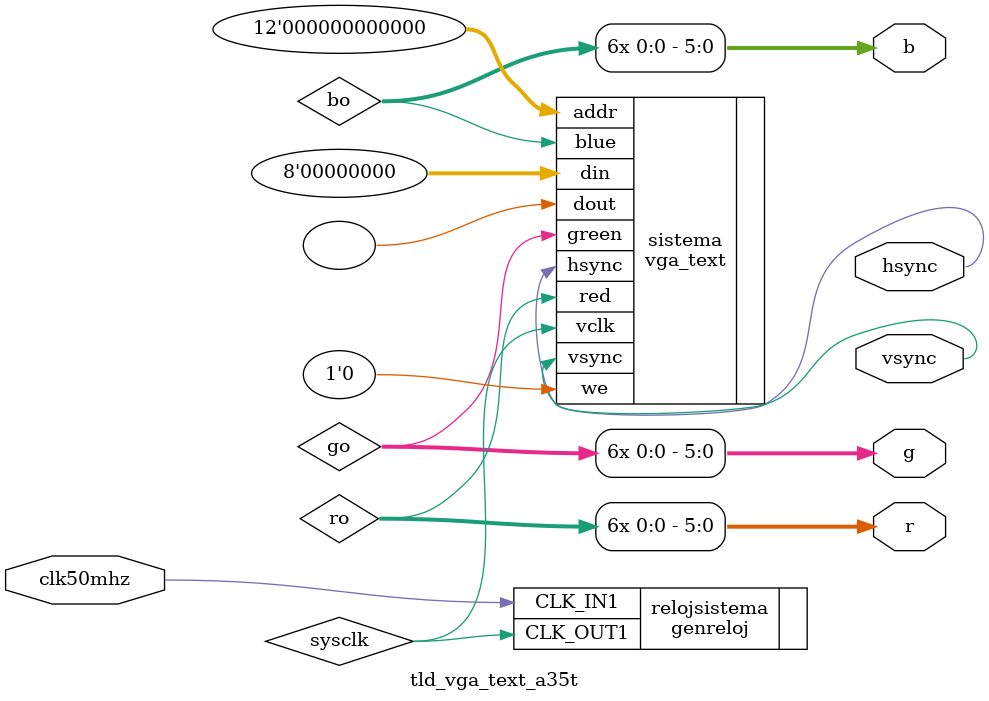
<source format=v>
/*
 * This file is part of the FPGA simple VGA project
 * Copyright (c) 2019 Miguel Angel Rodriguez Jodar.
 * 
 * This program is free software: you can redistribute it and/or modify  
 * it under the terms of the GNU General Public License as published by  
 * the Free Software Foundation, version 3.
 *
 * This program is distributed in the hope that it will be useful, but 
 * WITHOUT ANY WARRANTY; without even the implied warranty of 
 * MERCHANTABILITY or FITNESS FOR A PARTICULAR PURPOSE. See the GNU
 * General Public License for more details.
 *
 * You should have received a copy of the GNU General Public License 
 * along with this program. If not, see <http://www.gnu.org/licenses/>.
 */

`timescale 1ns / 1ns
`default_nettype none

module tld_vga_text_a35t (
  input wire clk50mhz,
  // VGA
  output wire [5:0] r,
  output wire [5:0] g,
  output wire [5:0] b,
  output wire hsync,
  output wire vsync
  );

  wire sysclk;
  genreloj relojsistema (
    .CLK_IN1(clk50mhz),
    .CLK_OUT1(sysclk)
    );

  wire ro,go,bo;
  assign r = {6{ro}};
  assign g = {6{go}};
  assign b = {6{bo}};  
  vga_text sistema (
    .vclk(sysclk),
    // interface video RAM
    .addr(12'h0000),
    .din(8'h00),
    .we(1'b0),
    .dout(),
    // VGA output
    .red(ro),
    .green(go),
    .blue(bo),
    .hsync(hsync),
    .vsync(vsync)
  );
endmodule

`default_nettype wire

</source>
